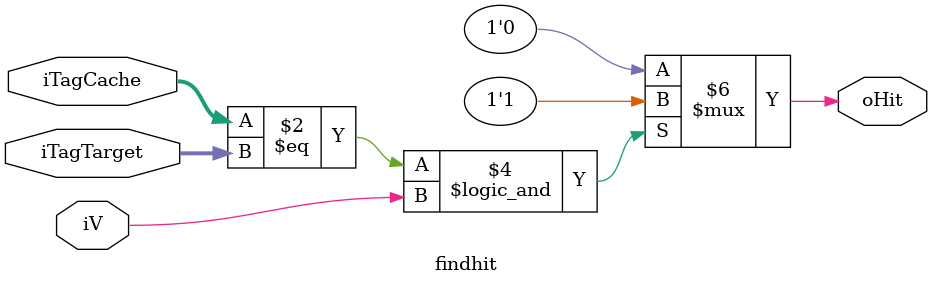
<source format=sv>
module findhit (
    input  logic iV,
    input  logic [26:0]  iTagCache,
    input  logic [26:0]  iTagTarget,
    output logic  oHit
);
always_comb begin
    oHit=0;
    if (iTagCache==iTagTarget&&iV==1) begin
        oHit=1;
    end
end 
endmodule

</source>
